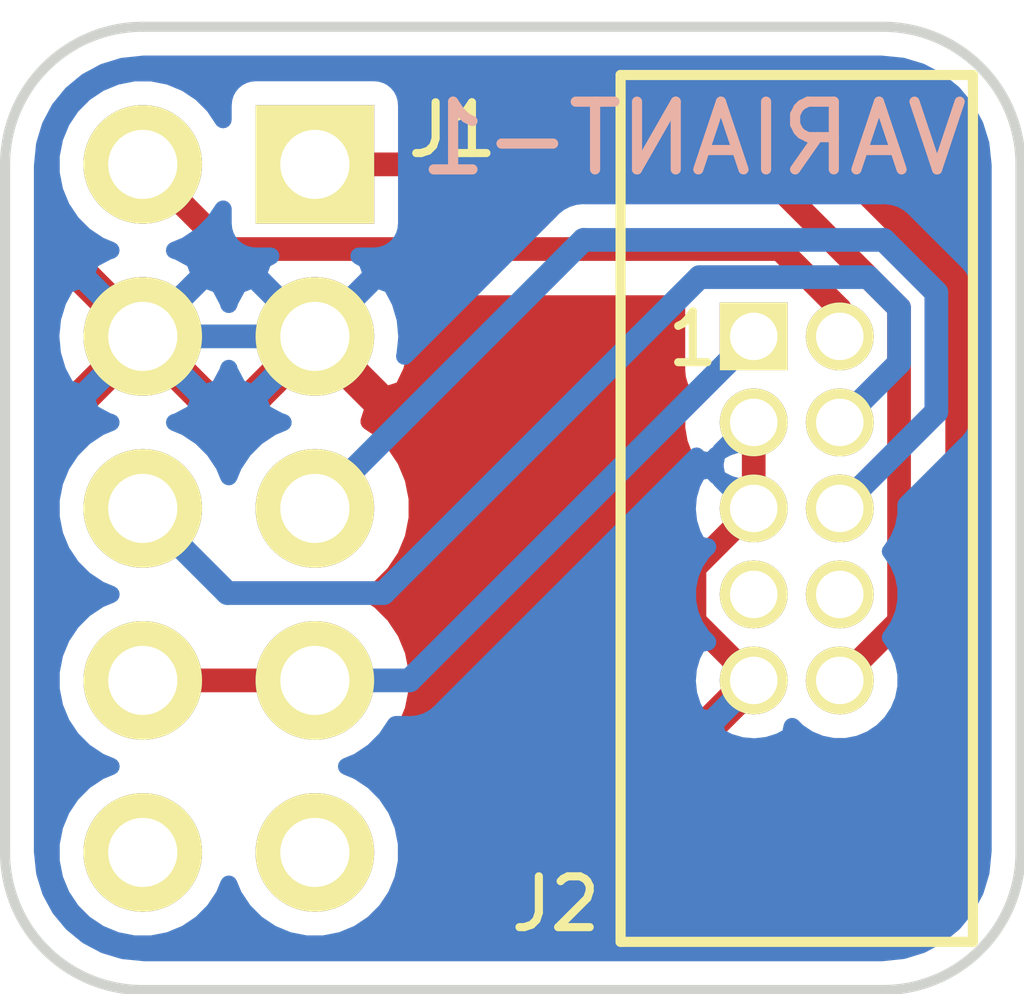
<source format=kicad_pcb>
(kicad_pcb (version 20171130) (host pcbnew 5.1.9-73d0e3b20d~88~ubuntu20.10.1)

  (general
    (thickness 1.6)
    (drawings 10)
    (tracks 28)
    (zones 0)
    (modules 2)
    (nets 11)
  )

  (page A4)
  (layers
    (0 F.Cu signal)
    (31 B.Cu signal)
    (32 B.Adhes user)
    (33 F.Adhes user)
    (34 B.Paste user)
    (35 F.Paste user)
    (36 B.SilkS user)
    (37 F.SilkS user)
    (38 B.Mask user)
    (39 F.Mask user)
    (40 Dwgs.User user)
    (41 Cmts.User user)
    (42 Eco1.User user)
    (43 Eco2.User user)
    (44 Edge.Cuts user)
    (45 Margin user)
    (46 B.CrtYd user)
    (47 F.CrtYd user)
    (48 B.Fab user)
    (49 F.Fab user)
  )

  (setup
    (last_trace_width 0.25)
    (user_trace_width 0.35)
    (trace_clearance 0.2)
    (zone_clearance 0.35)
    (zone_45_only no)
    (trace_min 0.2)
    (via_size 0.6)
    (via_drill 0.4)
    (via_min_size 0.4)
    (via_min_drill 0.3)
    (uvia_size 0.3)
    (uvia_drill 0.1)
    (uvias_allowed no)
    (uvia_min_size 0.2)
    (uvia_min_drill 0.1)
    (edge_width 0.15)
    (segment_width 0.2)
    (pcb_text_width 0.3)
    (pcb_text_size 1.5 1.5)
    (mod_edge_width 0.15)
    (mod_text_size 1 1)
    (mod_text_width 0.15)
    (pad_size 1.524 1.524)
    (pad_drill 0.762)
    (pad_to_mask_clearance 0)
    (aux_axis_origin 0 0)
    (visible_elements FFFFFF7F)
    (pcbplotparams
      (layerselection 0x010f0_ffffffff)
      (usegerberextensions false)
      (usegerberattributes true)
      (usegerberadvancedattributes true)
      (creategerberjobfile true)
      (excludeedgelayer true)
      (linewidth 0.100000)
      (plotframeref false)
      (viasonmask false)
      (mode 1)
      (useauxorigin false)
      (hpglpennumber 1)
      (hpglpenspeed 20)
      (hpglpendiameter 15.000000)
      (psnegative false)
      (psa4output false)
      (plotreference true)
      (plotvalue true)
      (plotinvisibletext false)
      (padsonsilk false)
      (subtractmaskfromsilk false)
      (outputformat 1)
      (mirror false)
      (drillshape 0)
      (scaleselection 1)
      (outputdirectory "gerbers"))
  )

  (net 0 "")
  (net 1 /RST)
  (net 2 /SWDIO)
  (net 3 /GND)
  (net 4 /SWIM)
  (net 5 /SWCLK)
  (net 6 /3.3V)
  (net 7 "Net-(J1-Pad9)")
  (net 8 "Net-(J1-Pad10)")
  (net 9 "Net-(J2-Pad7)")
  (net 10 "Net-(J2-Pad8)")

  (net_class Default "This is the default net class."
    (clearance 0.2)
    (trace_width 0.25)
    (via_dia 0.6)
    (via_drill 0.4)
    (uvia_dia 0.3)
    (uvia_drill 0.1)
    (add_net /3.3V)
    (add_net /GND)
    (add_net /RST)
    (add_net /SWCLK)
    (add_net /SWDIO)
    (add_net /SWIM)
    (add_net "Net-(J1-Pad10)")
    (add_net "Net-(J1-Pad9)")
    (add_net "Net-(J2-Pad7)")
    (add_net "Net-(J2-Pad8)")
  )

  (module kicadlib:ARM_10_PIN (layer F.Cu) (tedit 5FD78D9C) (tstamp 5643CB03)
    (at 157.48 110.236)
    (path /5643BF5B)
    (fp_text reference J2 (at -3.556 5.842) (layer F.SilkS)
      (effects (font (size 0.75 0.75) (thickness 0.12)))
    )
    (fp_text value ARM_10PIN (at 0 3.81) (layer F.Fab)
      (effects (font (size 0.75 0.75) (thickness 0.12)))
    )
    (fp_line (start 2.6 -6.4) (end 2.6 6.4) (layer F.SilkS) (width 0.15))
    (fp_line (start 2.6 6.4) (end -2.6 6.4) (layer F.SilkS) (width 0.15))
    (fp_line (start -2.6 6.4) (end -2.6 -6.4) (layer F.SilkS) (width 0.15))
    (fp_line (start -2.6 -6.4) (end 2.6 -6.4) (layer F.SilkS) (width 0.15))
    (fp_text user 1 (at -1.535 -2.5) (layer F.SilkS)
      (effects (font (size 0.75 0.75) (thickness 0.12)))
    )
    (pad 1 thru_hole rect (at -0.635 -2.54) (size 1 1) (drill 0.70104) (layers *.Cu *.Mask F.SilkS)
      (net 6 /3.3V))
    (pad 2 thru_hole circle (at 0.635 -2.54) (size 1 1) (drill 0.70104) (layers *.Cu *.Mask F.SilkS)
      (net 2 /SWDIO))
    (pad 3 thru_hole circle (at -0.635 -1.27) (size 1 1) (drill 0.70104) (layers *.Cu *.Mask F.SilkS)
      (net 3 /GND))
    (pad 4 thru_hole circle (at 0.635 -1.27) (size 1 1) (drill 0.70104) (layers *.Cu *.Mask F.SilkS)
      (net 5 /SWCLK))
    (pad 5 thru_hole circle (at -0.635 0) (size 1 1) (drill 0.70104) (layers *.Cu *.Mask F.SilkS)
      (net 3 /GND))
    (pad 6 thru_hole circle (at 0.635 0) (size 1 1) (drill 0.70104) (layers *.Cu *.Mask F.SilkS)
      (net 4 /SWIM))
    (pad 7 thru_hole circle (at -0.635 1.27) (size 1 1) (drill 0.70104) (layers *.Cu *.Mask F.SilkS)
      (net 9 "Net-(J2-Pad7)"))
    (pad 8 thru_hole circle (at 0.635 1.27) (size 1 1) (drill 0.70104) (layers *.Cu *.Mask F.SilkS)
      (net 10 "Net-(J2-Pad8)"))
    (pad 9 thru_hole circle (at -0.635 2.54) (size 1 1) (drill 0.70104) (layers *.Cu *.Mask F.SilkS)
      (net 3 /GND))
    (pad 10 thru_hole circle (at 0.635 2.54) (size 1 1) (drill 0.70104) (layers *.Cu *.Mask F.SilkS)
      (net 1 /RST))
    (model ${KIPRJMOD}/../kicadlib/kicadlib.pretty/models/ARM_10_PIN_TH_SHRD.wrl
      (offset (xyz -2.5908 -6.35 0))
      (scale (xyz 0.395 0.4 0.4))
      (rotate (xyz 0 0 -90))
    )
  )

  (module kicadlib:ARM_10_PIN_0.1_TH_RIGHTANGLE (layer F.Cu) (tedit 5FD78C30) (tstamp 5643CAF0)
    (at 150.368 105.156)
    (path /5643C704)
    (fp_text reference J1 (at 2.032 -0.508) (layer F.SilkS)
      (effects (font (size 0.75 0.75) (thickness 0.12)))
    )
    (fp_text value 2X5_HDR (at -1.27 -1.778) (layer F.Fab)
      (effects (font (size 0.75 0.75) (thickness 0.12)))
    )
    (pad 1 thru_hole rect (at 0 0) (size 1.75 1.75) (drill 1.02) (layers *.Cu *.Mask F.SilkS)
      (net 1 /RST))
    (pad 2 thru_hole circle (at -2.54 0) (size 1.75 1.75) (drill 1.02) (layers *.Cu *.Mask F.SilkS)
      (net 2 /SWDIO))
    (pad 3 thru_hole circle (at 0 2.54) (size 1.75 1.75) (drill 1.02) (layers *.Cu *.Mask F.SilkS)
      (net 3 /GND))
    (pad 4 thru_hole circle (at -2.54 2.54) (size 1.75 1.75) (drill 1.02) (layers *.Cu *.Mask F.SilkS)
      (net 3 /GND))
    (pad 5 thru_hole circle (at 0 5.08) (size 1.75 1.75) (drill 1.02) (layers *.Cu *.Mask F.SilkS)
      (net 4 /SWIM))
    (pad 6 thru_hole circle (at -2.54 5.08) (size 1.75 1.75) (drill 1.02) (layers *.Cu *.Mask F.SilkS)
      (net 5 /SWCLK))
    (pad 7 thru_hole circle (at 0 7.62) (size 1.75 1.75) (drill 1.02) (layers *.Cu *.Mask F.SilkS)
      (net 6 /3.3V))
    (pad 8 thru_hole circle (at -2.54 7.62) (size 1.75 1.75) (drill 1.02) (layers *.Cu *.Mask F.SilkS)
      (net 6 /3.3V))
    (pad 9 thru_hole circle (at 0 10.16) (size 1.75 1.75) (drill 1.02) (layers *.Cu *.Mask F.SilkS)
      (net 7 "Net-(J1-Pad9)"))
    (pad 10 thru_hole circle (at -2.54 10.16) (size 1.75 1.75) (drill 1.02) (layers *.Cu *.Mask F.SilkS)
      (net 8 "Net-(J1-Pad10)"))
    (model ${KIPRJMOD}/../SFH11-xxPC-D05-RA-BK.IGS
      (offset (xyz -12.5 -5 3.5))
      (scale (xyz 1 1 1))
      (rotate (xyz 90 -90 0))
    )
  )

  (gr_text VARIANT-1 (at 155.956 104.775) (layer B.SilkS)
    (effects (font (size 1 1) (thickness 0.15)) (justify mirror))
  )
  (gr_text "github.com/noahp/\nstlink-clone-adapter/\nvariant-1 v2" (at 155.702 114.9985) (layer B.Mask)
    (effects (font (size 0.5 0.5) (thickness 0.125)) (justify mirror))
  )
  (gr_line (start 158.75 117.348) (end 147.828 117.348) (angle 90) (layer Edge.Cuts) (width 0.15))
  (gr_line (start 160.782 105.156) (end 160.782 115.316) (angle 90) (layer Edge.Cuts) (width 0.15))
  (gr_line (start 147.828 103.124) (end 158.75 103.124) (angle 90) (layer Edge.Cuts) (width 0.15))
  (gr_line (start 145.796 115.316) (end 145.796 105.156) (angle 90) (layer Edge.Cuts) (width 0.15))
  (gr_arc (start 147.828 115.316) (end 147.828 117.348) (angle 90) (layer Edge.Cuts) (width 0.15))
  (gr_arc (start 158.75 115.316) (end 160.782 115.316) (angle 90) (layer Edge.Cuts) (width 0.15))
  (gr_arc (start 158.75 105.156) (end 158.75 103.124) (angle 90) (layer Edge.Cuts) (width 0.15))
  (gr_arc (start 147.828 105.156) (end 145.796 105.156) (angle 90) (layer Edge.Cuts) (width 0.15))

  (segment (start 158.990001 111.900999) (end 158.115 112.776) (width 0.35) (layer F.Cu) (net 1))
  (segment (start 158.990001 107.275999) (end 158.990001 111.900999) (width 0.35) (layer F.Cu) (net 1))
  (segment (start 156.870002 105.156) (end 158.990001 107.275999) (width 0.35) (layer F.Cu) (net 1))
  (segment (start 150.368 105.156) (end 156.870002 105.156) (width 0.35) (layer F.Cu) (net 1))
  (segment (start 157.230003 106.406001) (end 158.115 107.290998) (width 0.35) (layer F.Cu) (net 2))
  (segment (start 149.078001 106.406001) (end 157.230003 106.406001) (width 0.35) (layer F.Cu) (net 2))
  (segment (start 158.115 107.290998) (end 158.115 107.696) (width 0.35) (layer F.Cu) (net 2))
  (segment (start 147.828 105.156) (end 149.078001 106.406001) (width 0.35) (layer F.Cu) (net 2))
  (segment (start 147.828 107.696) (end 150.368 107.696) (width 0.35) (layer B.Cu) (net 3))
  (segment (start 156.845 108.966) (end 156.845 110.236) (width 0.35) (layer F.Cu) (net 3))
  (segment (start 155.969999 111.900999) (end 156.845 112.776) (width 0.35) (layer F.Cu) (net 3))
  (segment (start 155.969999 111.111001) (end 155.969999 111.900999) (width 0.35) (layer F.Cu) (net 3))
  (segment (start 156.845 110.236) (end 155.969999 111.111001) (width 0.35) (layer F.Cu) (net 3))
  (segment (start 159.540011 108.810989) (end 158.115 110.236) (width 0.35) (layer B.Cu) (net 4))
  (segment (start 159.540011 107.048178) (end 159.540011 108.810989) (width 0.35) (layer B.Cu) (net 4))
  (segment (start 158.762822 106.270989) (end 159.540011 107.048178) (width 0.35) (layer B.Cu) (net 4))
  (segment (start 154.333011 106.270989) (end 158.762822 106.270989) (width 0.35) (layer B.Cu) (net 4))
  (segment (start 150.368 110.236) (end 154.333011 106.270989) (width 0.35) (layer B.Cu) (net 4))
  (segment (start 158.990001 107.275999) (end 158.990001 108.090999) (width 0.35) (layer B.Cu) (net 5))
  (segment (start 158.535001 106.820999) (end 158.990001 107.275999) (width 0.35) (layer B.Cu) (net 5))
  (segment (start 156.044999 106.820999) (end 158.535001 106.820999) (width 0.35) (layer B.Cu) (net 5))
  (segment (start 158.990001 108.090999) (end 158.115 108.966) (width 0.35) (layer B.Cu) (net 5))
  (segment (start 151.379997 111.486001) (end 156.044999 106.820999) (width 0.35) (layer B.Cu) (net 5))
  (segment (start 149.078001 111.486001) (end 151.379997 111.486001) (width 0.35) (layer B.Cu) (net 5))
  (segment (start 147.828 110.236) (end 149.078001 111.486001) (width 0.35) (layer B.Cu) (net 5))
  (segment (start 147.828 112.776) (end 150.368 112.776) (width 0.35) (layer F.Cu) (net 6))
  (segment (start 151.765 112.776) (end 156.845 107.696) (width 0.35) (layer B.Cu) (net 6))
  (segment (start 150.368 112.776) (end 151.765 112.776) (width 0.35) (layer B.Cu) (net 6))

  (zone (net 3) (net_name /GND) (layer F.Cu) (tstamp 5FD79C7E) (hatch edge 0.508)
    (connect_pads (clearance 0.508))
    (min_thickness 0.254)
    (fill yes (arc_segments 16) (thermal_gap 0.508) (thermal_bridge_width 0.508))
    (polygon
      (pts
        (xy 160.782 117.348) (xy 145.796 117.348) (xy 145.796 103.124) (xy 160.782 103.124)
      )
    )
    (filled_polygon
      (pts
        (xy 159.006118 103.862518) (xy 159.252477 103.936897) (xy 159.479698 104.057713) (xy 159.679128 104.220363) (xy 159.843164 104.41865)
        (xy 159.965564 104.645023) (xy 160.041663 104.89086) (xy 160.072 105.179502) (xy 160.072001 115.28127) (xy 160.043483 115.572115)
        (xy 159.969103 115.818476) (xy 159.848286 116.045699) (xy 159.685635 116.245129) (xy 159.48735 116.409164) (xy 159.260977 116.531564)
        (xy 159.015142 116.607663) (xy 158.726498 116.638) (xy 151.107414 116.638) (xy 151.330569 116.488893) (xy 151.540893 116.278569)
        (xy 151.706144 116.031253) (xy 151.819971 115.756451) (xy 151.878 115.464722) (xy 151.878 115.167278) (xy 151.819971 114.875549)
        (xy 151.706144 114.600747) (xy 151.540893 114.353431) (xy 151.330569 114.143107) (xy 151.185238 114.046) (xy 151.330569 113.948893)
        (xy 151.540893 113.738569) (xy 151.706144 113.491253) (xy 151.819971 113.216451) (xy 151.878 112.924722) (xy 151.878 112.627278)
        (xy 151.819971 112.335549) (xy 151.706144 112.060747) (xy 151.540893 111.813431) (xy 151.330569 111.603107) (xy 151.185238 111.506)
        (xy 151.330569 111.408893) (xy 151.540893 111.198569) (xy 151.706144 110.951253) (xy 151.819971 110.676451) (xy 151.878 110.384722)
        (xy 151.878 110.087278) (xy 151.819971 109.795549) (xy 151.706144 109.520747) (xy 151.540893 109.273431) (xy 151.330569 109.063107)
        (xy 151.166847 108.953712) (xy 151.234635 108.74224) (xy 150.368 107.875605) (xy 149.501365 108.74224) (xy 149.569153 108.953712)
        (xy 149.405431 109.063107) (xy 149.195107 109.273431) (xy 149.098 109.418762) (xy 149.000893 109.273431) (xy 148.790569 109.063107)
        (xy 148.626847 108.953712) (xy 148.694635 108.74224) (xy 147.828 107.875605) (xy 146.961365 108.74224) (xy 147.029153 108.953712)
        (xy 146.865431 109.063107) (xy 146.655107 109.273431) (xy 146.506 109.496586) (xy 146.506 108.436828) (xy 146.530132 108.481975)
        (xy 146.78176 108.562635) (xy 147.648395 107.696) (xy 146.78176 106.829365) (xy 146.530132 106.910025) (xy 146.506 106.960451)
        (xy 146.506 105.895414) (xy 146.655107 106.118569) (xy 146.865431 106.328893) (xy 147.029153 106.438288) (xy 146.961365 106.64976)
        (xy 147.828 107.516395) (xy 147.842143 107.502253) (xy 148.021748 107.681858) (xy 148.007605 107.696) (xy 148.87424 108.562635)
        (xy 149.098 108.490908) (xy 149.32176 108.562635) (xy 150.188395 107.696) (xy 150.174253 107.681858) (xy 150.353858 107.502253)
        (xy 150.368 107.516395) (xy 150.382143 107.502253) (xy 150.561748 107.681858) (xy 150.547605 107.696) (xy 151.41424 108.562635)
        (xy 151.665868 108.481975) (xy 151.794267 108.213671) (xy 151.867855 107.925474) (xy 151.883804 107.628457) (xy 151.841501 107.334037)
        (xy 151.799873 107.216001) (xy 155.706928 107.216001) (xy 155.706928 108.196) (xy 155.719188 108.320482) (xy 155.755498 108.44018)
        (xy 155.799802 108.523066) (xy 155.762542 108.606826) (xy 155.713269 108.824905) (xy 155.707489 109.048406) (xy 155.745423 109.26874)
        (xy 155.825613 109.47744) (xy 155.853412 109.52945) (xy 155.979602 109.55021) (xy 156.030392 109.601) (xy 155.979602 109.65179)
        (xy 155.853412 109.67255) (xy 155.762542 109.876826) (xy 155.713269 110.094905) (xy 155.707489 110.318406) (xy 155.745423 110.53874)
        (xy 155.825613 110.74744) (xy 155.853412 110.79945) (xy 155.94228 110.81407) (xy 155.839176 110.968376) (xy 155.753617 111.174933)
        (xy 155.71 111.394212) (xy 155.71 111.617788) (xy 155.753617 111.837067) (xy 155.839176 112.043624) (xy 155.94228 112.19793)
        (xy 155.853412 112.21255) (xy 155.762542 112.416826) (xy 155.713269 112.634905) (xy 155.707489 112.858406) (xy 155.745423 113.07874)
        (xy 155.825613 113.28744) (xy 155.853412 113.33945) (xy 156.066834 113.374561) (xy 156.665395 112.776) (xy 156.651253 112.761858)
        (xy 156.77211 112.641) (xy 156.91789 112.641) (xy 156.98 112.70311) (xy 156.98 112.84889) (xy 156.859143 112.969748)
        (xy 156.845 112.955605) (xy 156.246439 113.554166) (xy 156.28155 113.767588) (xy 156.485826 113.858458) (xy 156.703905 113.907731)
        (xy 156.927406 113.913511) (xy 157.14774 113.875577) (xy 157.35644 113.795387) (xy 157.40845 113.767588) (xy 157.42307 113.67872)
        (xy 157.577376 113.781824) (xy 157.783933 113.867383) (xy 158.003212 113.911) (xy 158.226788 113.911) (xy 158.446067 113.867383)
        (xy 158.652624 113.781824) (xy 158.83852 113.657612) (xy 158.996612 113.49952) (xy 159.120824 113.313624) (xy 159.206383 113.107067)
        (xy 159.25 112.887788) (xy 159.25 112.786513) (xy 159.534619 112.501894) (xy 159.565529 112.476527) (xy 159.638499 112.387612)
        (xy 159.66675 112.353189) (xy 159.731857 112.23138) (xy 159.741964 112.212472) (xy 159.788281 112.059787) (xy 159.800001 111.94079)
        (xy 159.800001 111.940788) (xy 159.80392 111.901) (xy 159.800001 111.861212) (xy 159.800001 107.315786) (xy 159.80392 107.275998)
        (xy 159.798011 107.216001) (xy 159.788281 107.117211) (xy 159.741964 106.964526) (xy 159.706952 106.899023) (xy 159.66675 106.823809)
        (xy 159.62112 106.768209) (xy 159.565529 106.700471) (xy 159.53462 106.675105) (xy 157.470901 104.611387) (xy 157.44553 104.580472)
        (xy 157.322191 104.479251) (xy 157.181475 104.404037) (xy 157.02879 104.35772) (xy 156.909793 104.346) (xy 156.90979 104.346)
        (xy 156.870002 104.342081) (xy 156.830214 104.346) (xy 151.881072 104.346) (xy 151.881072 104.281) (xy 151.868812 104.156518)
        (xy 151.832502 104.03682) (xy 151.773537 103.926506) (xy 151.69762 103.834) (xy 158.715279 103.834)
      )
    )
    (filled_polygon
      (pts
        (xy 156.920215 110.103325) (xy 156.98 110.16311) (xy 156.98 110.30889) (xy 156.91789 110.371) (xy 156.77211 110.371)
        (xy 156.651253 110.250143) (xy 156.665395 110.236) (xy 156.651253 110.221858) (xy 156.773577 110.099533)
      )
    )
    (filled_polygon
      (pts
        (xy 156.98 108.89311) (xy 156.98 109.03889) (xy 156.916423 109.102467) (xy 156.769785 109.098675) (xy 156.651253 108.980143)
        (xy 156.665395 108.966) (xy 156.651253 108.951858) (xy 156.769038 108.834072) (xy 156.920962 108.834072)
      )
    )
  )
  (zone (net 3) (net_name /GND) (layer B.Cu) (tstamp 5FD79C7B) (hatch edge 0.508)
    (connect_pads (clearance 0.35))
    (min_thickness 0.254)
    (fill yes (arc_segments 16) (thermal_gap 0.35) (thermal_bridge_width 0.35))
    (polygon
      (pts
        (xy 160.782 117.348) (xy 145.796 117.348) (xy 145.796 103.124) (xy 160.782 103.124)
      )
    )
    (filled_polygon
      (pts
        (xy 159.036953 103.706783) (xy 159.312976 103.79012) (xy 159.567557 103.925483) (xy 159.790994 104.107714) (xy 159.974781 104.329876)
        (xy 160.111917 104.583502) (xy 160.197179 104.85894) (xy 160.23 105.171217) (xy 160.230001 115.288988) (xy 160.199217 115.602953)
        (xy 160.11588 115.878978) (xy 159.980517 116.133558) (xy 159.798288 116.356993) (xy 159.576127 116.54078) (xy 159.322497 116.677917)
        (xy 159.047061 116.763179) (xy 158.734783 116.796) (xy 147.855002 116.796) (xy 147.541047 116.765217) (xy 147.265022 116.68188)
        (xy 147.010442 116.546517) (xy 146.787007 116.364288) (xy 146.60322 116.142127) (xy 146.466083 115.888497) (xy 146.380821 115.613061)
        (xy 146.348 115.300783) (xy 146.348 110.10284) (xy 146.476 110.10284) (xy 146.476 110.36916) (xy 146.527956 110.630364)
        (xy 146.629873 110.876412) (xy 146.777833 111.09785) (xy 146.96615 111.286167) (xy 147.187588 111.434127) (xy 147.361104 111.506)
        (xy 147.187588 111.577873) (xy 146.96615 111.725833) (xy 146.777833 111.91415) (xy 146.629873 112.135588) (xy 146.527956 112.381636)
        (xy 146.476 112.64284) (xy 146.476 112.90916) (xy 146.527956 113.170364) (xy 146.629873 113.416412) (xy 146.777833 113.63785)
        (xy 146.96615 113.826167) (xy 147.187588 113.974127) (xy 147.361104 114.046) (xy 147.187588 114.117873) (xy 146.96615 114.265833)
        (xy 146.777833 114.45415) (xy 146.629873 114.675588) (xy 146.527956 114.921636) (xy 146.476 115.18284) (xy 146.476 115.44916)
        (xy 146.527956 115.710364) (xy 146.629873 115.956412) (xy 146.777833 116.17785) (xy 146.96615 116.366167) (xy 147.187588 116.514127)
        (xy 147.433636 116.616044) (xy 147.69484 116.668) (xy 147.96116 116.668) (xy 148.222364 116.616044) (xy 148.468412 116.514127)
        (xy 148.68985 116.366167) (xy 148.878167 116.17785) (xy 149.026127 115.956412) (xy 149.098 115.782896) (xy 149.169873 115.956412)
        (xy 149.317833 116.17785) (xy 149.50615 116.366167) (xy 149.727588 116.514127) (xy 149.973636 116.616044) (xy 150.23484 116.668)
        (xy 150.50116 116.668) (xy 150.762364 116.616044) (xy 151.008412 116.514127) (xy 151.22985 116.366167) (xy 151.418167 116.17785)
        (xy 151.566127 115.956412) (xy 151.668044 115.710364) (xy 151.72 115.44916) (xy 151.72 115.18284) (xy 151.668044 114.921636)
        (xy 151.566127 114.675588) (xy 151.418167 114.45415) (xy 151.22985 114.265833) (xy 151.008412 114.117873) (xy 150.834896 114.046)
        (xy 151.008412 113.974127) (xy 151.22985 113.826167) (xy 151.418167 113.63785) (xy 151.558384 113.428) (xy 151.732978 113.428)
        (xy 151.765 113.431154) (xy 151.797022 113.428) (xy 151.892814 113.418565) (xy 152.015717 113.381283) (xy 152.128984 113.320741)
        (xy 152.228264 113.239264) (xy 152.248685 113.214381) (xy 156.001224 109.461843) (xy 156.023502 109.503522) (xy 156.202141 109.540977)
        (xy 156.30187 109.441248) (xy 156.270023 109.593141) (xy 156.277882 109.601) (xy 156.270023 109.608859) (xy 156.30187 109.760752)
        (xy 156.202141 109.661023) (xy 156.023502 109.698478) (xy 155.934422 109.869072) (xy 155.880335 110.053768) (xy 155.863319 110.245466)
        (xy 155.884028 110.436801) (xy 155.941667 110.620419) (xy 156.023502 110.773522) (xy 156.165929 110.803385) (xy 156.086115 110.883199)
        (xy 155.979194 111.043217) (xy 155.905546 111.22102) (xy 155.868 111.409774) (xy 155.868 111.602226) (xy 155.905546 111.79098)
        (xy 155.979194 111.968783) (xy 156.086115 112.128801) (xy 156.165929 112.208615) (xy 156.023502 112.238478) (xy 155.934422 112.409072)
        (xy 155.880335 112.593768) (xy 155.863319 112.785466) (xy 155.884028 112.976801) (xy 155.941667 113.160419) (xy 156.023502 113.313522)
        (xy 156.202141 113.350977) (xy 156.777118 112.776) (xy 156.762976 112.761858) (xy 156.830858 112.693976) (xy 156.845 112.708118)
        (xy 156.859143 112.693976) (xy 156.927025 112.761858) (xy 156.912882 112.776) (xy 156.927025 112.790143) (xy 156.859143 112.858025)
        (xy 156.845 112.843882) (xy 156.270023 113.418859) (xy 156.307478 113.597498) (xy 156.478072 113.686578) (xy 156.662768 113.740665)
        (xy 156.854466 113.757681) (xy 157.045801 113.736972) (xy 157.229419 113.679333) (xy 157.382522 113.597498) (xy 157.412385 113.455071)
        (xy 157.492199 113.534885) (xy 157.652217 113.641806) (xy 157.83002 113.715454) (xy 158.018774 113.753) (xy 158.211226 113.753)
        (xy 158.39998 113.715454) (xy 158.577783 113.641806) (xy 158.737801 113.534885) (xy 158.873885 113.398801) (xy 158.980806 113.238783)
        (xy 159.054454 113.06098) (xy 159.092 112.872226) (xy 159.092 112.679774) (xy 159.054454 112.49102) (xy 158.980806 112.313217)
        (xy 158.873885 112.153199) (xy 158.861686 112.141) (xy 158.873885 112.128801) (xy 158.980806 111.968783) (xy 159.054454 111.79098)
        (xy 159.092 111.602226) (xy 159.092 111.409774) (xy 159.054454 111.22102) (xy 158.980806 111.043217) (xy 158.873885 110.883199)
        (xy 158.861686 110.871) (xy 158.873885 110.858801) (xy 158.980806 110.698783) (xy 159.054454 110.52098) (xy 159.092 110.332226)
        (xy 159.092 110.181066) (xy 159.978398 109.294669) (xy 160.003275 109.274253) (xy 160.084752 109.174973) (xy 160.145294 109.061706)
        (xy 160.182576 108.938804) (xy 160.195165 108.810989) (xy 160.192011 108.778967) (xy 160.192011 107.080199) (xy 160.195165 107.048177)
        (xy 160.182576 106.920363) (xy 160.145294 106.797461) (xy 160.139384 106.786405) (xy 160.084752 106.684194) (xy 160.003275 106.584914)
        (xy 159.978399 106.564499) (xy 159.246506 105.832607) (xy 159.226086 105.807725) (xy 159.126806 105.726248) (xy 159.013539 105.665706)
        (xy 158.890636 105.628424) (xy 158.794844 105.618989) (xy 158.762822 105.615835) (xy 158.7308 105.618989) (xy 154.365025 105.618989)
        (xy 154.33301 105.615836) (xy 154.300996 105.618989) (xy 154.300989 105.618989) (xy 154.217838 105.627179) (xy 154.205196 105.628424)
        (xy 154.161873 105.641566) (xy 154.082294 105.665706) (xy 153.969027 105.726248) (xy 153.869747 105.807725) (xy 153.849331 105.832602)
        (xy 151.692155 107.989779) (xy 151.699386 107.966273) (xy 151.726531 107.701339) (xy 151.701469 107.4362) (xy 151.625162 107.181045)
        (xy 151.500544 106.94568) (xy 151.494611 106.9368) (xy 151.277595 106.854287) (xy 150.435882 107.696) (xy 150.450025 107.710143)
        (xy 150.382143 107.778025) (xy 150.368 107.763882) (xy 149.526287 108.605595) (xy 149.6088 108.822611) (xy 149.843179 108.949076)
        (xy 149.899862 108.966514) (xy 149.727588 109.037873) (xy 149.50615 109.185833) (xy 149.317833 109.37415) (xy 149.169873 109.595588)
        (xy 149.098 109.769104) (xy 149.026127 109.595588) (xy 148.878167 109.37415) (xy 148.68985 109.185833) (xy 148.468412 109.037873)
        (xy 148.297048 108.966891) (xy 148.342955 108.953162) (xy 148.57832 108.828544) (xy 148.5872 108.822611) (xy 148.669713 108.605595)
        (xy 147.828 107.763882) (xy 146.986287 108.605595) (xy 147.0688 108.822611) (xy 147.303179 108.949076) (xy 147.359862 108.966514)
        (xy 147.187588 109.037873) (xy 146.96615 109.185833) (xy 146.777833 109.37415) (xy 146.629873 109.595588) (xy 146.527956 109.841636)
        (xy 146.476 110.10284) (xy 146.348 110.10284) (xy 146.348 107.690661) (xy 146.469469 107.690661) (xy 146.494531 107.9558)
        (xy 146.570838 108.210955) (xy 146.695456 108.44632) (xy 146.701389 108.4552) (xy 146.918405 108.537713) (xy 147.760118 107.696)
        (xy 147.895882 107.696) (xy 148.737595 108.537713) (xy 148.954611 108.4552) (xy 149.081076 108.220821) (xy 149.097664 108.166903)
        (xy 149.110838 108.210955) (xy 149.235456 108.44632) (xy 149.241389 108.4552) (xy 149.458405 108.537713) (xy 150.300118 107.696)
        (xy 149.458405 106.854287) (xy 149.241389 106.9368) (xy 149.114924 107.171179) (xy 149.098336 107.225097) (xy 149.085162 107.181045)
        (xy 148.960544 106.94568) (xy 148.954611 106.9368) (xy 148.737595 106.854287) (xy 147.895882 107.696) (xy 147.760118 107.696)
        (xy 146.918405 106.854287) (xy 146.701389 106.9368) (xy 146.574924 107.171179) (xy 146.496614 107.425727) (xy 146.469469 107.690661)
        (xy 146.348 107.690661) (xy 146.348 105.183002) (xy 146.363703 105.02284) (xy 146.476 105.02284) (xy 146.476 105.28916)
        (xy 146.527956 105.550364) (xy 146.629873 105.796412) (xy 146.777833 106.01785) (xy 146.96615 106.206167) (xy 147.187588 106.354127)
        (xy 147.358952 106.425109) (xy 147.313045 106.438838) (xy 147.07768 106.563456) (xy 147.0688 106.569389) (xy 146.986287 106.786405)
        (xy 147.828 107.628118) (xy 148.669713 106.786405) (xy 148.5872 106.569389) (xy 148.352821 106.442924) (xy 148.296138 106.425486)
        (xy 148.468412 106.354127) (xy 148.68985 106.206167) (xy 148.878167 106.01785) (xy 149.013693 105.815021) (xy 149.013693 106.031)
        (xy 149.022903 106.124508) (xy 149.050178 106.214423) (xy 149.094471 106.297289) (xy 149.154079 106.369921) (xy 149.226711 106.429529)
        (xy 149.309577 106.473822) (xy 149.399492 106.501097) (xy 149.493 106.510307) (xy 149.718062 106.510307) (xy 149.61768 106.563456)
        (xy 149.6088 106.569389) (xy 149.526287 106.786405) (xy 150.368 107.628118) (xy 151.209713 106.786405) (xy 151.1272 106.569389)
        (xy 151.017703 106.510307) (xy 151.243 106.510307) (xy 151.336508 106.501097) (xy 151.426423 106.473822) (xy 151.509289 106.429529)
        (xy 151.581921 106.369921) (xy 151.641529 106.297289) (xy 151.685822 106.214423) (xy 151.713097 106.124508) (xy 151.722307 106.031)
        (xy 151.722307 104.281) (xy 151.713097 104.187492) (xy 151.685822 104.097577) (xy 151.641529 104.014711) (xy 151.581921 103.942079)
        (xy 151.509289 103.882471) (xy 151.426423 103.838178) (xy 151.336508 103.810903) (xy 151.243 103.801693) (xy 149.493 103.801693)
        (xy 149.399492 103.810903) (xy 149.309577 103.838178) (xy 149.226711 103.882471) (xy 149.154079 103.942079) (xy 149.094471 104.014711)
        (xy 149.050178 104.097577) (xy 149.022903 104.187492) (xy 149.013693 104.281) (xy 149.013693 104.496979) (xy 148.878167 104.29415)
        (xy 148.68985 104.105833) (xy 148.468412 103.957873) (xy 148.222364 103.855956) (xy 147.96116 103.804) (xy 147.69484 103.804)
        (xy 147.433636 103.855956) (xy 147.187588 103.957873) (xy 146.96615 104.105833) (xy 146.777833 104.29415) (xy 146.629873 104.515588)
        (xy 146.527956 104.761636) (xy 146.476 105.02284) (xy 146.363703 105.02284) (xy 146.378783 104.869047) (xy 146.46212 104.593024)
        (xy 146.597483 104.338443) (xy 146.779714 104.115006) (xy 147.001876 103.931219) (xy 147.255502 103.794083) (xy 147.53094 103.708821)
        (xy 147.843217 103.676) (xy 158.722998 103.676)
      )
    )
    (filled_polygon
      (pts
        (xy 156.478072 109.876578) (xy 156.584679 109.907797) (xy 156.845 110.168118) (xy 156.859143 110.153976) (xy 156.927025 110.221858)
        (xy 156.912882 110.236) (xy 156.927025 110.250143) (xy 156.859143 110.318025) (xy 156.845 110.303882) (xy 156.830858 110.318025)
        (xy 156.762976 110.250143) (xy 156.777118 110.236) (xy 156.351716 109.810598)
      )
    )
    (filled_polygon
      (pts
        (xy 156.927025 108.951858) (xy 156.912882 108.966) (xy 156.927025 108.980143) (xy 156.859143 109.048025) (xy 156.845 109.033882)
        (xy 156.585395 109.293487) (xy 156.460581 109.332667) (xy 156.352888 109.39023) (xy 156.777118 108.966) (xy 156.762976 108.951858)
        (xy 156.830858 108.883976) (xy 156.845 108.898118) (xy 156.859143 108.883976)
      )
    )
  )
)

</source>
